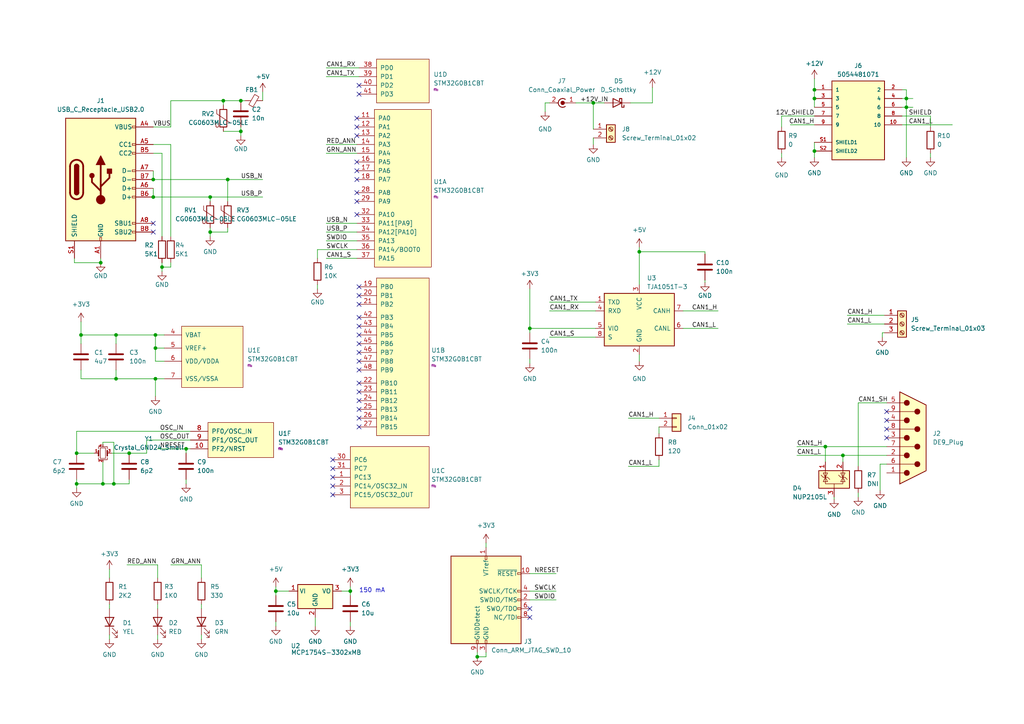
<source format=kicad_sch>
(kicad_sch (version 20230121) (generator eeschema)
  (paper "A4")
  (lib_symbols
    (symbol "Connector:Conn_ARM_JTAG_SWD_10" (pin_names (offset 1.016))
      (property "Reference" "J" (at -2.54 16.51 0))
      (property "Value" "Conn_ARM_JTAG_SWD_10" (at -2.54 13.97 0))
      (symbol "Conn_ARM_JTAG_SWD_10_1_1"
        (pin power_in line (at 0 15.24 270) (length 2.54) (name "VTref") (number "1"))
        (pin open_collector line (at 12.7 7.62 180) (length 2.54) (name "~{RESET}") (number "10"))
        (pin bidirectional line (at 12.7 0 180) (length 2.54) (name "SWDIO/TMS") (number "2"))
        (pin power_in line (at 0 -15.24 90) (length 2.54) (name "GND") (number "3"))
        (pin output line (at 12.7 2.54 180) (length 2.54) (name "SWCLK/TCK") (number "4"))
        (pin passive line (at 0 -15.24 90) (length 2.54) hide (name "GND") (number "5"))
        (pin input line (at 12.7 -2.54 180) (length 2.54) (name "SWO/TDO") (number "6"))
        (pin no_connect line (at -10.16 0 0) (length 2.54) hide (name "KEY") (number "7"))
        (pin output line (at 12.7 -5.08 180) (length 2.54) (name "NC/TDI") (number "8"))
        (pin passive line (at -2.54 -15.24 90) (length 2.54) (name "GNDDetect") (number "9"))
      )
    )
    (symbol "Connector:Conn_Coaxial_Power" (pin_names (offset 1.016) hide)
      (property "Reference" "J" (at -5.08 -1.27 90))
      (property "Value" "Conn_Coaxial_Power" (at -3.175 -1.27 90))
      (symbol "Conn_Coaxial_Power_1_1"
        (pin passive line (at 0 2.54 270) (length 2.54) (name "In") (number "1"))
        (pin passive line (at 0 -5.08 90) (length 2.54) (name "Ext") (number "2"))
      )
    )
    (symbol "Connector:DE9_Plug" (pin_names (offset 1.016) hide)
      (property "Reference" "J" (at 0 13.97 0))
      (property "Value" "DE9_Plug" (at 0 -14.605 0))
      (symbol "DE9_Plug_1_1"
        (pin passive line (at -7.62 -10.16 0) (length 3.81) (name "1") (number "1"))
        (pin passive line (at -7.62 -5.08 0) (length 3.81) (name "2") (number "2"))
        (pin passive line (at -7.62 0 0) (length 3.81) (name "3") (number "3"))
        (pin passive line (at -7.62 5.08 0) (length 3.81) (name "4") (number "4"))
        (pin passive line (at -7.62 10.16 0) (length 3.81) (name "5") (number "5"))
        (pin passive line (at -7.62 -7.62 0) (length 3.81) (name "6") (number "6"))
        (pin passive line (at -7.62 -2.54 0) (length 3.81) (name "7") (number "7"))
        (pin passive line (at -7.62 2.54 0) (length 3.81) (name "8") (number "8"))
        (pin passive line (at -7.62 7.62 0) (length 3.81) (name "9") (number "9"))
      )
    )
    (symbol "Connector:Screw_Terminal_01x02" (pin_names (offset 1.016) hide)
      (property "Reference" "J" (at 0 2.54 0))
      (property "Value" "Screw_Terminal_01x02" (at 0 -5.08 0))
      (symbol "Screw_Terminal_01x02_1_1"
        (pin passive line (at -5.08 0 0) (length 3.81) (name "Pin_1") (number "1"))
        (pin passive line (at -5.08 -2.54 0) (length 3.81) (name "Pin_2") (number "2"))
      )
    )
    (symbol "Connector:Screw_Terminal_01x03" (pin_names (offset 1.016) hide)
      (property "Reference" "J" (at 0 5.08 0))
      (property "Value" "Screw_Terminal_01x03" (at 0 -5.08 0))
      (symbol "Screw_Terminal_01x03_1_1"
        (pin passive line (at -5.08 2.54 0) (length 3.81) (name "Pin_1") (number "1"))
        (pin passive line (at -5.08 0 0) (length 3.81) (name "Pin_2") (number "2"))
        (pin passive line (at -5.08 -2.54 0) (length 3.81) (name "Pin_3") (number "3"))
      )
    )
    (symbol "Connector:USB_C_Receptacle_USB2.0" (pin_names (offset 1.016))
      (property "Reference" "J" (at -10.16 19.05 0))
      (property "Value" "USB_C_Receptacle_USB2.0" (at 19.05 19.05 0))
      (symbol "USB_C_Receptacle_USB2.0_1_1"
        (pin passive line (at 0 -22.86 90) (length 5.08) (name "GND") (number "A1"))
        (pin passive line (at 0 -22.86 90) (length 5.08) hide (name "GND") (number "A12"))
        (pin passive line (at 15.24 15.24 180) (length 5.08) (name "VBUS") (number "A4"))
        (pin bidirectional line (at 15.24 10.16 180) (length 5.08) (name "CC1") (number "A5"))
        (pin bidirectional line (at 15.24 -2.54 180) (length 5.08) (name "D+") (number "A6"))
        (pin bidirectional line (at 15.24 2.54 180) (length 5.08) (name "D-") (number "A7"))
        (pin bidirectional line (at 15.24 -12.7 180) (length 5.08) (name "SBU1") (number "A8"))
        (pin passive line (at 15.24 15.24 180) (length 5.08) hide (name "VBUS") (number "A9"))
        (pin passive line (at 0 -22.86 90) (length 5.08) hide (name "GND") (number "B1"))
        (pin passive line (at 0 -22.86 90) (length 5.08) hide (name "GND") (number "B12"))
        (pin passive line (at 15.24 15.24 180) (length 5.08) hide (name "VBUS") (number "B4"))
        (pin bidirectional line (at 15.24 7.62 180) (length 5.08) (name "CC2") (number "B5"))
        (pin bidirectional line (at 15.24 -5.08 180) (length 5.08) (name "D+") (number "B6"))
        (pin bidirectional line (at 15.24 0 180) (length 5.08) (name "D-") (number "B7"))
        (pin bidirectional line (at 15.24 -15.24 180) (length 5.08) (name "SBU2") (number "B8"))
        (pin passive line (at 15.24 15.24 180) (length 5.08) hide (name "VBUS") (number "B9"))
        (pin passive line (at -7.62 -22.86 90) (length 5.08) (name "SHIELD") (number "S1"))
      )
    )
    (symbol "Connector_Generic:Conn_01x02" (pin_names (offset 1.016) hide)
      (property "Reference" "J" (at 0 2.54 0))
      (property "Value" "Conn_01x02" (at 0 -5.08 0))
      (symbol "Conn_01x02_1_1"
        (pin passive line (at -5.08 0 0) (length 3.81) (name "Pin_1") (number "1"))
        (pin passive line (at -5.08 -2.54 0) (length 3.81) (name "Pin_2") (number "2"))
      )
    )
    (symbol "Device:C" (pin_numbers hide) (pin_names (offset 0.254))
      (property "Reference" "C" (at 0.635 2.54 0))
      (property "Value" "C" (at 0.635 -2.54 0))
      (symbol "C_1_1"
        (pin passive line (at 0 3.81 270) (length 2.794) (name "~") (number "1"))
        (pin passive line (at 0 -3.81 90) (length 2.794) (name "~") (number "2"))
      )
    )
    (symbol "Device:Crystal_GND24_Small" (pin_names (offset 1.016) hide)
      (property "Reference" "Y" (at 1.27 4.445 0))
      (property "Value" "Crystal_GND24_Small" (at 1.27 2.54 0))
      (symbol "Crystal_GND24_Small_1_1"
        (pin passive line (at -2.54 0 0) (length 1.27) (name "1") (number "1"))
        (pin passive line (at 0 -2.54 90) (length 0.635) (name "2") (number "2"))
        (pin passive line (at 2.54 0 180) (length 1.27) (name "3") (number "3"))
        (pin passive line (at 0 2.54 270) (length 0.635) (name "4") (number "4"))
      )
    )
    (symbol "Device:D_Schottky" (pin_numbers hide) (pin_names (offset 1.016) hide)
      (property "Reference" "D" (at 0 2.54 0))
      (property "Value" "D_Schottky" (at 0 -2.54 0))
      (symbol "D_Schottky_1_1"
        (pin passive line (at -3.81 0 0) (length 2.54) (name "K") (number "1"))
        (pin passive line (at 3.81 0 180) (length 2.54) (name "A") (number "2"))
      )
    )
    (symbol "Device:FerriteBead_Small" (pin_numbers hide) (pin_names (offset 0))
      (property "Reference" "FB" (at 1.905 1.27 0))
      (property "Value" "FerriteBead_Small" (at 1.905 -1.27 0))
      (symbol "FerriteBead_Small_1_1"
        (pin passive line (at 0 2.54 270) (length 1.27) (name "~") (number "1"))
        (pin passive line (at 0 -2.54 90) (length 1.27) (name "~") (number "2"))
      )
    )
    (symbol "Device:LED" (pin_numbers hide) (pin_names (offset 1.016) hide)
      (property "Reference" "D" (at 0 2.54 0))
      (property "Value" "LED" (at 0 -2.54 0))
      (symbol "LED_1_1"
        (pin passive line (at -3.81 0 0) (length 2.54) (name "K") (number "1"))
        (pin passive line (at 3.81 0 180) (length 2.54) (name "A") (number "2"))
      )
    )
    (symbol "Device:R" (pin_numbers hide) (pin_names (offset 0))
      (property "Reference" "R" (at 2.032 0 90))
      (property "Value" "R" (at 0 0 90))
      (symbol "R_1_1"
        (pin passive line (at 0 3.81 270) (length 1.27) (name "~") (number "1"))
        (pin passive line (at 0 -3.81 90) (length 1.27) (name "~") (number "2"))
      )
    )
    (symbol "Device:Varistor" (pin_numbers hide) (pin_names (offset 0))
      (property "Reference" "RV" (at 3.175 0 90))
      (property "Value" "Varistor" (at -3.175 0 90))
      (symbol "Varistor_0_0"
        (text "U" (at -1.778 -2.032 0) (effects (font (size 1.27 1.27))))
      )
      (symbol "Varistor_1_1"
        (pin passive line (at 0 3.81 270) (length 1.27) (name "~") (number "1"))
        (pin passive line (at 0 -3.81 90) (length 1.27) (name "~") (number "2"))
      )
    )
    (symbol "Interface_CAN_LIN:TJA1051T-3" (pin_names (offset 1.016))
      (property "Reference" "U" (at -10.16 8.89 0))
      (property "Value" "TJA1051T-3" (at 1.27 8.89 0))
      (symbol "TJA1051T-3_1_1"
        (pin input line (at -12.7 5.08 0) (length 2.54) (name "TXD") (number "1"))
        (pin power_in line (at 0 -10.16 90) (length 2.54) (name "GND") (number "2"))
        (pin power_in line (at 0 10.16 270) (length 2.54) (name "VCC") (number "3"))
        (pin output line (at -12.7 2.54 0) (length 2.54) (name "RXD") (number "4"))
        (pin power_in line (at -12.7 -2.54 0) (length 2.54) (name "VIO") (number "5"))
        (pin bidirectional line (at 12.7 -2.54 180) (length 2.54) (name "CANL") (number "6"))
        (pin bidirectional line (at 12.7 2.54 180) (length 2.54) (name "CANH") (number "7"))
        (pin input line (at -12.7 -5.08 0) (length 2.54) (name "S") (number "8"))
      )
    )
    (symbol "Power_Protection:NUP2105L" (pin_names hide)
      (property "Reference" "D" (at 5.715 2.54 0))
      (property "Value" "NUP2105L" (at 5.715 0.635 0))
      (symbol "NUP2105L_0_0"
        (pin passive line (at 0 -5.08 90) (length 2.54) (name "A") (number "3"))
      )
      (symbol "NUP2105L_1_1"
        (pin passive line (at -2.54 5.08 270) (length 2.54) (name "K") (number "1"))
        (pin passive line (at 2.54 5.08 270) (length 2.54) (name "K") (number "2"))
      )
    )
    (symbol "Regulator_Linear:MCP1754S-3302xMB"
      (property "Reference" "U" (at -3.81 3.175 0))
      (property "Value" "MCP1754S-3302xMB" (at -0.635 3.175 0))
      (symbol "MCP1754S-3302xMB_1_1"
        (pin power_in line (at -7.62 0 0) (length 2.54) (name "VI") (number "1"))
        (pin power_in line (at 0 -7.62 90) (length 2.54) (name "GND") (number "2"))
        (pin power_out line (at 7.62 0 180) (length 2.54) (name "VO") (number "3"))
      )
    )
    (symbol "ch:STM32G0B1CBT" (pin_names (offset 1.016))
      (property "Reference" "U" (at 3.81 10.16 0))
      (property "Value" "STM32G0B1CBT" (at 0 -25.4 0))
      (property "Fit" "fit: " (at 6.35 10.16 0))
      (symbol "STM32G0B1CBT_1_1"
        (pin bidirectional line (at -13.97 21.59 0) (length 5.08) (name "PA0") (number "11"))
        (pin bidirectional line (at -13.97 19.05 0) (length 5.08) (name "PA1") (number "12"))
        (pin bidirectional line (at -13.97 16.51 0) (length 5.08) (name "PA2") (number "13"))
        (pin bidirectional line (at -13.97 13.97 0) (length 5.08) (name "PA3") (number "14"))
        (pin bidirectional line (at -13.97 11.43 0) (length 5.08) (name "PA4") (number "15"))
        (pin bidirectional line (at -13.97 8.89 0) (length 5.08) (name "PA5") (number "16"))
        (pin bidirectional line (at -13.97 6.35 0) (length 5.08) (name "PA6") (number "17"))
        (pin bidirectional line (at -13.97 3.81 0) (length 5.08) (name "PA7") (number "18"))
        (pin bidirectional line (at -13.97 0 0) (length 5.08) (name "PA8") (number "28"))
        (pin bidirectional line (at -13.97 -2.54 0) (length 5.08) (name "PA9") (number "29"))
        (pin bidirectional line (at -13.97 -6.35 0) (length 5.08) (name "PA10") (number "32"))
        (pin bidirectional line (at -13.97 -8.89 0) (length 5.08) (name "PA11[PA9]") (number "33"))
        (pin bidirectional line (at -13.97 -11.43 0) (length 5.08) (name "PA12[PA10]") (number "34"))
        (pin bidirectional line (at -13.97 -13.97 0) (length 5.08) (name "PA13") (number "35"))
        (pin bidirectional line (at -13.97 -16.51 0) (length 5.08) (name "PA14/BOOT0") (number "36"))
        (pin bidirectional line (at -13.97 -19.05 0) (length 5.08) (name "PA15") (number "37"))
      )
      (symbol "STM32G0B1CBT_2_1"
        (pin bidirectional line (at -12.7 20.32 0) (length 5.08) (name "PB0") (number "19"))
        (pin bidirectional line (at -12.7 17.78 0) (length 5.08) (name "PB1") (number "20"))
        (pin bidirectional line (at -12.7 15.24 0) (length 5.08) (name "PB2") (number "21"))
        (pin bidirectional line (at -12.7 -7.62 0) (length 5.08) (name "PB10") (number "22"))
        (pin bidirectional line (at -12.7 -10.16 0) (length 5.08) (name "PB11") (number "23"))
        (pin bidirectional line (at -12.7 -12.7 0) (length 5.08) (name "PB12") (number "24"))
        (pin bidirectional line (at -12.7 -15.24 0) (length 5.08) (name "PB13") (number "25"))
        (pin bidirectional line (at -12.7 -17.78 0) (length 5.08) (name "PB14") (number "26"))
        (pin bidirectional line (at -12.7 -20.32 0) (length 5.08) (name "PB15") (number "27"))
        (pin bidirectional line (at -12.7 11.43 0) (length 5.08) (name "PB3") (number "42"))
        (pin bidirectional line (at -12.7 8.89 0) (length 5.08) (name "PB4") (number "43"))
        (pin bidirectional line (at -12.7 6.35 0) (length 5.08) (name "PB5") (number "44"))
        (pin bidirectional line (at -12.7 3.81 0) (length 5.08) (name "PB6") (number "45"))
        (pin bidirectional line (at -12.7 1.27 0) (length 5.08) (name "PB7") (number "46"))
        (pin bidirectional line (at -12.7 -1.27 0) (length 5.08) (name "PB8") (number "47"))
        (pin bidirectional line (at -12.7 -3.81 0) (length 5.08) (name "PB9") (number "48"))
      )
      (symbol "STM32G0B1CBT_3_1"
        (pin bidirectional line (at -16.51 0 0) (length 5.08) (name "PC13") (number "1"))
        (pin bidirectional line (at -16.51 -2.54 0) (length 5.08) (name "PC14/OSC32_IN") (number "2"))
        (pin bidirectional line (at -16.51 -5.08 0) (length 5.08) (name "PC15/OSC32_OUT") (number "3"))
        (pin bidirectional line (at -16.51 5.08 0) (length 5.08) (name "PC6") (number "30"))
        (pin bidirectional line (at -16.51 2.54 0) (length 5.08) (name "PC7") (number "31"))
      )
      (symbol "STM32G0B1CBT_4_1"
        (pin bidirectional line (at -12.7 3.81 0) (length 5.08) (name "PD0") (number "38"))
        (pin bidirectional line (at -12.7 1.27 0) (length 5.08) (name "PD1") (number "39"))
        (pin bidirectional line (at -12.7 -1.27 0) (length 5.08) (name "PD2") (number "40"))
        (pin bidirectional line (at -12.7 -3.81 0) (length 5.08) (name "PD3") (number "41"))
      )
      (symbol "STM32G0B1CBT_5_1"
        (pin power_in line (at -13.97 6.35 0) (length 5.08) (name "VBAT") (number "4"))
        (pin power_in line (at -13.97 2.54 0) (length 5.08) (name "VREF+") (number "5"))
        (pin power_in line (at -13.97 -1.27 0) (length 5.08) (name "VDD/VDDA") (number "6"))
        (pin power_in line (at -13.97 -6.35 0) (length 5.08) (name "VSS/VSSA") (number "7"))
      )
      (symbol "STM32G0B1CBT_6_1"
        (pin bidirectional line (at -15.24 -2.54 0) (length 5.08) (name "PF2/NRST") (number "10"))
        (pin bidirectional line (at -15.24 2.54 0) (length 5.08) (name "PF0/OSC_IN") (number "8"))
        (pin bidirectional line (at -15.24 0 0) (length 5.08) (name "PF1/OSC_OUT") (number "9"))
      )
    )
    (symbol "molex_microlock_plus:5054481071" (pin_names (offset 1.016))
      (property "Reference" "J" (at -7.62 11.43 0))
      (property "Value" "5054481071" (at -7.62 -15.24 0))
      (symbol "5054481071_0_0"
        (pin passive line (at -12.7 7.62 0) (length 5.08) (name "1") (number "1"))
        (pin passive line (at 12.7 -2.54 180) (length 5.08) (name "10") (number "10"))
        (pin passive line (at 12.7 7.62 180) (length 5.08) (name "2") (number "2"))
        (pin passive line (at -12.7 5.08 0) (length 5.08) (name "3") (number "3"))
        (pin passive line (at 12.7 5.08 180) (length 5.08) (name "4") (number "4"))
        (pin passive line (at -12.7 2.54 0) (length 5.08) (name "5") (number "5"))
        (pin passive line (at 12.7 2.54 180) (length 5.08) (name "6") (number "6"))
        (pin passive line (at -12.7 0 0) (length 5.08) (name "7") (number "7"))
        (pin passive line (at 12.7 0 180) (length 5.08) (name "8") (number "8"))
        (pin passive line (at -12.7 -2.54 0) (length 5.08) (name "9") (number "9"))
        (pin passive line (at -12.7 -7.62 0) (length 5.08) (name "SHIELD1") (number "S1"))
        (pin passive line (at -12.7 -10.16 0) (length 5.08) (name "SHIELD2") (number "S2"))
      )
    )
    (symbol "power:+12V" (power) (pin_names (offset 0))
      (property "Value" "+12V" (at 0 3.556 0))
      (symbol "+12V_1_1"
        (pin power_in line (at 0 0 90) (length 0) hide (name "+12V") (number "1"))
      )
    )
    (symbol "power:+3V3" (power) (pin_names (offset 0))
      (property "Value" "+3V3" (at 0 3.556 0))
      (symbol "+3V3_1_1"
        (pin power_in line (at 0 0 90) (length 0) hide (name "+3V3") (number "1"))
      )
    )
    (symbol "power:+5V" (power) (pin_names (offset 0))
      (property "Value" "+5V" (at 0 3.556 0))
      (symbol "+5V_1_1"
        (pin power_in line (at 0 0 90) (length 0) hide (name "+5V") (number "1"))
      )
    )
    (symbol "power:GND" (power) (pin_names (offset 0))
      (property "Value" "GND" (at 0 -3.81 0))
      (symbol "GND_1_1"
        (pin power_in line (at 0 0 270) (length 0) hide (name "GND") (number "1"))
      )
    )
  )
  (junction (at 236.22 43.815))
  (junction (at 60.96 67.31))
  (junction (at 44.45 52.07))
  (junction (at 236.22 26.035))
  (junction (at 66.04 52.07))
  (junction (at 172.085 29.845))
  (junction (at 37.465 131.445))
  (junction (at 244.475 132.08))
  (junction (at 262.89 31.115))
  (junction (at 69.85 38.1))
  (junction (at 153.67 95.25))
  (junction (at 44.45 57.15))
  (junction (at 33.655 109.855))
  (junction (at 239.395 129.54))
  (junction (at 29.21 76.2))
  (junction (at 236.22 28.575))
  (junction (at 69.85 29.21))
  (junction (at 101.6 171.45))
  (junction (at 45.085 109.855))
  (junction (at 45.085 100.965))
  (junction (at 262.89 28.575))
  (junction (at 46.99 77.47))
  (junction (at 64.77 29.21))
  (junction (at 33.655 97.155))
  (junction (at 45.085 97.155))
  (junction (at 80.01 171.45))
  (junction (at 60.96 57.15))
  (junction (at 22.225 140.335))
  (junction (at 33.02 140.335))
  (junction (at 22.225 131.445))
  (junction (at 29.845 140.335))
  (junction (at 23.495 97.155))
  (junction (at 138.43 190.5))
  (junction (at 185.42 73.025))
  (junction (at 53.975 130.175))
  (no_connect (at 153.67 176.53))
  (no_connect (at 96.52 140.97))
  (no_connect (at 103.505 39.37))
  (no_connect (at 153.67 179.07))
  (no_connect (at 104.14 107.315))
  (no_connect (at 104.14 111.125))
  (no_connect (at 104.14 121.285))
  (no_connect (at 103.505 58.42))
  (no_connect (at 44.45 67.31))
  (no_connect (at 103.505 46.99))
  (no_connect (at 103.505 34.29))
  (no_connect (at 96.52 143.51))
  (no_connect (at 104.14 104.775))
  (no_connect (at 104.14 116.205))
  (no_connect (at 104.14 102.235))
  (no_connect (at 104.14 27.305))
  (no_connect (at 104.14 99.695))
  (no_connect (at 96.52 133.35))
  (no_connect (at 103.505 52.07))
  (no_connect (at 96.52 135.89))
  (no_connect (at 104.14 85.725))
  (no_connect (at 257.175 119.38))
  (no_connect (at 257.175 127))
  (no_connect (at 103.505 49.53))
  (no_connect (at 103.505 55.88))
  (no_connect (at 104.14 24.765))
  (no_connect (at 104.14 97.155))
  (no_connect (at 104.14 88.265))
  (no_connect (at 103.505 36.83))
  (no_connect (at 104.14 83.185))
  (no_connect (at 104.14 123.825))
  (no_connect (at 257.175 121.92))
  (no_connect (at 96.52 138.43))
  (no_connect (at 257.175 124.46))
  (no_connect (at 104.14 118.745))
  (no_connect (at 104.14 113.665))
  (no_connect (at 103.505 62.23))
  (no_connect (at 104.14 92.075))
  (no_connect (at 44.45 64.77))
  (no_connect (at 104.14 94.615))
  (wire (pts (xy 262.89 28.575) (xy 264.795 28.575)))
  (wire (pts (xy 45.72 184.15) (xy 45.72 185.42)))
  (wire (pts (xy 153.67 171.45) (xy 161.29 171.45)))
  (wire (pts (xy 22.225 125.095) (xy 22.225 131.445)))
  (wire (pts (xy 53.975 139.065) (xy 53.975 140.335)))
  (wire (pts (xy 46.99 76.2) (xy 46.99 77.47)))
  (wire (pts (xy 94.615 67.31) (xy 103.505 67.31)))
  (wire (pts (xy 45.72 175.26) (xy 45.72 176.53)))
  (wire (pts (xy 244.475 132.08) (xy 244.475 133.985)))
  (wire (pts (xy 198.12 95.25) (xy 208.28 95.25)))
  (wire (pts (xy 191.135 123.825) (xy 191.135 125.73)))
  (wire (pts (xy 21.59 74.93) (xy 21.59 76.2)))
  (wire (pts (xy 91.44 179.07) (xy 91.44 181.61)))
  (wire (pts (xy 94.615 74.93) (xy 103.505 74.93)))
  (wire (pts (xy 58.42 163.83) (xy 58.42 167.64)))
  (wire (pts (xy 101.6 171.45) (xy 101.6 172.72)))
  (wire (pts (xy 262.89 28.575) (xy 261.62 28.575)))
  (wire (pts (xy 45.085 109.855) (xy 45.085 114.935)))
  (wire (pts (xy 226.695 33.655) (xy 226.695 36.83)))
  (wire (pts (xy 198.12 90.17) (xy 208.28 90.17)))
  (wire (pts (xy 241.935 144.145) (xy 241.935 144.78)))
  (wire (pts (xy 158.115 32.385) (xy 158.115 29.845)))
  (wire (pts (xy 22.225 125.095) (xy 55.245 125.095)))
  (wire (pts (xy 158.115 29.845) (xy 159.385 29.845)))
  (wire (pts (xy 153.67 95.25) (xy 153.67 96.52)))
  (wire (pts (xy 49.53 77.47) (xy 49.53 76.2)))
  (wire (pts (xy 185.42 71.755) (xy 185.42 73.025)))
  (wire (pts (xy 94.615 41.91) (xy 103.505 41.91)))
  (wire (pts (xy 64.77 29.21) (xy 69.85 29.21)))
  (wire (pts (xy 22.225 140.335) (xy 22.225 141.605)))
  (wire (pts (xy 23.495 97.155) (xy 33.655 97.155)))
  (wire (pts (xy 140.97 190.5) (xy 138.43 190.5)))
  (wire (pts (xy 167.005 29.845) (xy 172.085 29.845)))
  (wire (pts (xy 255.27 134.62) (xy 257.175 134.62)))
  (wire (pts (xy 64.77 29.21) (xy 64.77 30.48)))
  (wire (pts (xy 47.625 104.775) (xy 45.085 104.775)))
  (wire (pts (xy 269.875 33.655) (xy 269.875 36.83)))
  (wire (pts (xy 204.47 73.66) (xy 204.47 73.025)))
  (wire (pts (xy 44.45 49.53) (xy 44.45 52.07)))
  (wire (pts (xy 239.395 129.54) (xy 257.175 129.54)))
  (wire (pts (xy 172.72 95.25) (xy 153.67 95.25)))
  (wire (pts (xy 44.45 52.07) (xy 66.04 52.07)))
  (wire (pts (xy 37.465 140.335) (xy 37.465 139.065)))
  (wire (pts (xy 269.875 44.45) (xy 269.875 45.72)))
  (wire (pts (xy 49.53 163.83) (xy 58.42 163.83)))
  (wire (pts (xy 229.235 36.195) (xy 236.22 36.195)))
  (wire (pts (xy 29.845 128.905) (xy 29.845 128.27)))
  (wire (pts (xy 244.475 132.08) (xy 257.175 132.08)))
  (wire (pts (xy 23.495 93.345) (xy 23.495 97.155)))
  (wire (pts (xy 94.615 44.45) (xy 103.505 44.45)))
  (wire (pts (xy 29.845 128.27) (xy 33.02 128.27)))
  (wire (pts (xy 23.495 109.855) (xy 33.655 109.855)))
  (wire (pts (xy 236.22 41.275) (xy 236.22 43.815)))
  (wire (pts (xy 33.02 128.27) (xy 33.02 140.335)))
  (wire (pts (xy 204.47 81.28) (xy 204.47 81.915)))
  (wire (pts (xy 94.615 64.77) (xy 103.505 64.77)))
  (wire (pts (xy 236.22 22.86) (xy 236.22 26.035)))
  (wire (pts (xy 33.655 109.855) (xy 45.085 109.855)))
  (wire (pts (xy 94.615 22.225) (xy 104.14 22.225)))
  (wire (pts (xy 69.85 38.1) (xy 69.85 36.83)))
  (wire (pts (xy 66.04 52.07) (xy 76.2 52.07)))
  (wire (pts (xy 262.89 31.115) (xy 264.795 31.115)))
  (wire (pts (xy 92.075 82.55) (xy 92.075 83.82)))
  (wire (pts (xy 262.89 31.115) (xy 262.89 45.72)))
  (wire (pts (xy 94.615 69.85) (xy 103.505 69.85)))
  (wire (pts (xy 236.22 26.035) (xy 236.22 28.575)))
  (wire (pts (xy 159.385 97.79) (xy 172.72 97.79)))
  (wire (pts (xy 153.67 166.37) (xy 161.29 166.37)))
  (wire (pts (xy 185.42 102.87) (xy 185.42 104.775)))
  (wire (pts (xy 153.67 95.25) (xy 153.67 83.82)))
  (wire (pts (xy 159.385 87.63) (xy 172.72 87.63)))
  (wire (pts (xy 204.47 73.025) (xy 185.42 73.025)))
  (wire (pts (xy 262.89 26.035) (xy 261.62 26.035)))
  (wire (pts (xy 44.45 57.15) (xy 60.96 57.15)))
  (wire (pts (xy 45.085 97.155) (xy 45.085 100.965)))
  (wire (pts (xy 21.59 76.2) (xy 29.21 76.2)))
  (wire (pts (xy 49.53 36.83) (xy 44.45 36.83)))
  (wire (pts (xy 69.85 29.21) (xy 71.12 29.21)))
  (wire (pts (xy 248.92 142.875) (xy 248.92 144.145)))
  (wire (pts (xy 22.225 139.065) (xy 22.225 140.335)))
  (wire (pts (xy 185.42 73.025) (xy 185.42 82.55)))
  (wire (pts (xy 31.75 175.26) (xy 31.75 176.53)))
  (wire (pts (xy 80.01 172.72) (xy 80.01 171.45)))
  (wire (pts (xy 33.655 107.315) (xy 33.655 109.855)))
  (wire (pts (xy 60.96 57.15) (xy 76.2 57.15)))
  (wire (pts (xy 140.97 189.23) (xy 140.97 190.5)))
  (wire (pts (xy 53.975 130.175) (xy 55.245 130.175)))
  (wire (pts (xy 76.2 26.67) (xy 76.2 29.21)))
  (wire (pts (xy 140.97 157.48) (xy 140.97 158.75)))
  (wire (pts (xy 261.62 33.655) (xy 269.875 33.655)))
  (wire (pts (xy 92.075 72.39) (xy 103.505 72.39)))
  (wire (pts (xy 245.745 93.98) (xy 256.54 93.98)))
  (wire (pts (xy 45.72 130.175) (xy 53.975 130.175)))
  (wire (pts (xy 256.54 96.52) (xy 255.905 96.52)))
  (wire (pts (xy 49.53 68.58) (xy 49.53 41.91)))
  (wire (pts (xy 42.545 127.635) (xy 55.245 127.635)))
  (wire (pts (xy 33.655 97.155) (xy 45.085 97.155)))
  (wire (pts (xy 236.22 28.575) (xy 236.22 31.115)))
  (wire (pts (xy 92.075 72.39) (xy 92.075 74.93)))
  (wire (pts (xy 261.62 36.195) (xy 276.225 36.195)))
  (wire (pts (xy 172.085 37.465) (xy 172.085 29.845)))
  (wire (pts (xy 64.77 38.1) (xy 69.85 38.1)))
  (wire (pts (xy 182.245 121.285) (xy 191.135 121.285)))
  (wire (pts (xy 58.42 175.26) (xy 58.42 176.53)))
  (wire (pts (xy 33.02 140.335) (xy 37.465 140.335)))
  (wire (pts (xy 29.845 140.335) (xy 33.02 140.335)))
  (wire (pts (xy 45.085 100.965) (xy 45.085 104.775)))
  (wire (pts (xy 80.01 180.34) (xy 80.01 181.61)))
  (wire (pts (xy 189.23 29.845) (xy 189.23 25.4)))
  (wire (pts (xy 32.385 131.445) (xy 37.465 131.445)))
  (wire (pts (xy 99.06 171.45) (xy 101.6 171.45)))
  (wire (pts (xy 42.545 131.445) (xy 37.465 131.445)))
  (wire (pts (xy 42.545 131.445) (xy 42.545 127.635)))
  (wire (pts (xy 46.99 77.47) (xy 46.99 78.74)))
  (wire (pts (xy 47.625 109.855) (xy 45.085 109.855)))
  (wire (pts (xy 94.615 19.685) (xy 104.14 19.685)))
  (wire (pts (xy 53.975 130.175) (xy 53.975 131.445)))
  (wire (pts (xy 226.695 44.45) (xy 226.695 45.72)))
  (wire (pts (xy 22.225 140.335) (xy 29.845 140.335)))
  (wire (pts (xy 58.42 184.15) (xy 58.42 185.42)))
  (wire (pts (xy 49.53 29.21) (xy 49.53 36.83)))
  (wire (pts (xy 45.72 163.83) (xy 45.72 167.64)))
  (wire (pts (xy 66.04 52.07) (xy 66.04 58.42)))
  (wire (pts (xy 60.96 66.04) (xy 60.96 67.31)))
  (wire (pts (xy 239.395 129.54) (xy 239.395 133.985)))
  (wire (pts (xy 236.22 33.655) (xy 226.695 33.655)))
  (wire (pts (xy 172.085 29.845) (xy 175.26 29.845)))
  (wire (pts (xy 262.89 28.575) (xy 262.89 31.115)))
  (wire (pts (xy 49.53 77.47) (xy 46.99 77.47)))
  (wire (pts (xy 255.27 142.24) (xy 255.27 134.62)))
  (wire (pts (xy 101.6 170.18) (xy 101.6 171.45)))
  (wire (pts (xy 45.085 100.965) (xy 47.625 100.965)))
  (wire (pts (xy 69.85 38.1) (xy 69.85 39.37)))
  (wire (pts (xy 60.96 57.15) (xy 60.96 58.42)))
  (wire (pts (xy 153.67 104.14) (xy 153.67 105.41)))
  (wire (pts (xy 262.89 26.035) (xy 262.89 28.575)))
  (wire (pts (xy 245.745 91.44) (xy 256.54 91.44)))
  (wire (pts (xy 231.14 132.08) (xy 244.475 132.08)))
  (wire (pts (xy 23.495 99.695) (xy 23.495 97.155)))
  (wire (pts (xy 248.92 135.255) (xy 248.92 116.84)))
  (wire (pts (xy 153.67 173.99) (xy 161.29 173.99)))
  (wire (pts (xy 45.085 97.155) (xy 47.625 97.155)))
  (wire (pts (xy 23.495 107.315) (xy 23.495 109.855)))
  (wire (pts (xy 248.92 116.84) (xy 257.175 116.84)))
  (wire (pts (xy 80.01 171.45) (xy 83.82 171.45)))
  (wire (pts (xy 182.88 29.845) (xy 189.23 29.845)))
  (wire (pts (xy 46.99 68.58) (xy 46.99 44.45)))
  (wire (pts (xy 172.085 40.005) (xy 172.085 41.91)))
  (wire (pts (xy 22.225 131.445) (xy 27.305 131.445)))
  (wire (pts (xy 36.83 163.83) (xy 45.72 163.83)))
  (wire (pts (xy 231.14 129.54) (xy 239.395 129.54)))
  (wire (pts (xy 33.655 99.695) (xy 33.655 97.155)))
  (wire (pts (xy 236.22 43.815) (xy 236.22 45.72)))
  (wire (pts (xy 191.135 133.35) (xy 191.135 135.255)))
  (wire (pts (xy 255.905 96.52) (xy 255.905 97.79)))
  (wire (pts (xy 29.21 74.93) (xy 29.21 76.2)))
  (wire (pts (xy 60.96 67.31) (xy 66.04 67.31)))
  (wire (pts (xy 46.99 44.45) (xy 44.45 44.45)))
  (wire (pts (xy 101.6 180.34) (xy 101.6 181.61)))
  (wire (pts (xy 159.385 90.17) (xy 172.72 90.17)))
  (wire (pts (xy 60.96 67.31) (xy 60.96 68.58)))
  (wire (pts (xy 29.845 133.985) (xy 29.845 140.335)))
  (wire (pts (xy 66.04 66.04) (xy 66.04 67.31)))
  (wire (pts (xy 31.75 165.1) (xy 31.75 167.64)))
  (wire (pts (xy 138.43 189.23) (xy 138.43 190.5)))
  (wire (pts (xy 262.89 31.115) (xy 261.62 31.115)))
  (wire (pts (xy 80.01 170.18) (xy 80.01 171.45)))
  (wire (pts (xy 182.245 135.255) (xy 191.135 135.255)))
  (wire (pts (xy 49.53 41.91) (xy 44.45 41.91)))
  (wire (pts (xy 31.75 184.15) (xy 31.75 185.42)))
  (wire (pts (xy 44.45 54.61) (xy 44.45 57.15)))
  (wire (pts (xy 49.53 29.21) (xy 64.77 29.21)))
  (text "150 mA" (at 104.14 172.085 0) (effects (font (size 1.27 1.27)) (justify left bottom)))
  (label "NRESET" (at 154.94 166.37 0))
  (label "CAN1_TX" (at 159.385 87.63 0))
  (label "USB_N" (at 94.615 64.77 0))
  (label "RED_ANN" (at 36.83 163.83 0))
  (label "CAN1_L" (at 245.745 93.98 0))
  (label "+12V_IN" (at 168.275 29.845 0))
  (label "OSC_IN" (at 46.355 125.095 0))
  (label "CAN1_L" (at 200.66 95.25 0))
  (label "CAN1_RX" (at 159.385 90.17 0))
  (label "CAN1_H" (at 245.745 91.44 0))
  (label "USB_N" (at 69.85 52.07 0))
  (label "CAN1_H" (at 200.66 90.17 0))
  (label "NRESET" (at 46.355 130.175 0))
  (label "CAN1_RX" (at 94.615 19.685 0))
  (label "12V_SHIELD" (at 236.22 33.655 180))
  (label "SHIELD" (at 263.525 33.655 0))
  (label "CAN1_L" (at 263.525 36.195 0))
  (label "CAN1_H" (at 236.22 36.195 180))
  (label "VBUS" (at 44.45 36.83 0))
  (label "CAN1_H" (at 182.245 121.285 0))
  (label "CAN1_S" (at 94.615 74.93 0))
  (label "CAN1_H" (at 231.14 129.54 0))
  (label "CAN1_SH" (at 248.92 116.84 0))
  (label "GRN_ANN" (at 94.615 44.45 0))
  (label "SWDIO" (at 94.615 69.85 0))
  (label "SWCLK" (at 94.615 72.39 0))
  (label "CAN1_L" (at 231.14 132.08 0))
  (label "RED_ANN" (at 94.615 41.91 0))
  (label "SWDIO" (at 154.94 173.99 0))
  (label "GRN_ANN" (at 49.53 163.83 0))
  (label "USB_P" (at 94.615 67.31 0))
  (label "CAN1_L" (at 182.245 135.255 0))
  (label "USB_P" (at 69.85 57.15 0))
  (label "OSC_OUT" (at 46.355 127.635 0))
  (label "CAN1_TX" (at 94.615 22.225 0))
  (label "CAN1_S" (at 159.385 97.79 0))
  (label "SWCLK" (at 154.94 171.45 0))
  (symbol (lib_id "Device:Varistor") (at 66.04 62.23 0) (unit 1)
    (property "Reference" "RV3" (at 68.58 60.96 0) (effects (justify left)))
    (property "Value" "CG0603MLC-05LE" (at 68.58 63.5 0) (effects (justify left)))
    (property "Footprint" "Resistor_SMD:R_0603_1608Metric" (effects hide))
    (property "Sim.Name" "kicad_builtin_varistor" (effects hide))
    (property "Sim.Device" "SUBCKT" (effects hide))
    (property "Sim.Pins" "1=A 2=B" (effects hide))
    (property "Sim.Params" "threshold=1k" (effects hide))
    (property "Sim.Library" "${KICAD7_SYMBOL_DIR}/Simulation_SPICE.sp" (effects hide))
    (property "LCSC" "C2655331" (effects hide))
  )
  (symbol (lib_id "power:+5V") (at 76.2 26.67 0) (unit 1)
    (property "Reference" "#PWR010" (effects hide))
    (property "Value" "+5V" (at 76.2 22.225 0))
  )
  (symbol (lib_id "power:+3V3") (at 23.495 93.345 0) (unit 1)
    (property "Reference" "#PWR08" (effects hide))
    (property "Value" "+3V3" (at 23.495 88.265 0))
  )
  (symbol (lib_id "power:GND") (at 153.67 105.41 0) (unit 1)
    (property "Reference" "#PWR024" (effects hide))
    (property "Value" "GND" (at 153.67 109.855 0))
  )
  (symbol (lib_id "ch:STM32G0B1CBT") (at 113.03 138.43 0) (unit 3)
    (property "Reference" "U1" (at 125.095 136.525 0) (effects (justify left)))
    (property "Value" "STM32G0B1CBT" (at 125.095 139.065 0) (effects (justify left)))
    (property "Footprint" "Package_QFP:LQFP-48_7x7mm_P0.5mm" (effects hide))
    (property "Datasheet" "$PTX_DATASHEETS/datasheets/Microcontroller/STW_stm32g0b1re.pdf" (effects hide))
    (property "Datasheet2" "$PTX_DATASHEETS/datasheets/Microcontroller/STW_stm32g0b1re_reference_maual.pdf" (effects hide))
    (property "Manufacturer" "ST" (effects hide))
    (property "MPN" "STM32G0B1CBT" (effects hide))
    (property "Fit" "fit: " (at 125.095 140.97 0) (effects (font (size 0.635 0.635)) (justify left)))
    (property "State" "reviewed" (effects hide))
    (property "Package" "LQFP48" (effects hide))
  )
  (symbol (lib_id "power:GND") (at 53.975 140.335 0) (unit 1)
    (property "Reference" "#PWR020" (effects hide))
    (property "Value" "GND" (at 53.975 144.78 0))
  )
  (symbol (lib_id "ch:STM32G0B1CBT") (at 70.485 127.635 0) (unit 6)
    (property "Reference" "U1" (at 80.645 125.73 0) (effects (justify left)))
    (property "Value" "STM32G0B1CBT" (at 80.645 128.27 0) (effects (justify left)))
    (property "Footprint" "Package_QFP:LQFP-48_7x7mm_P0.5mm" (effects hide))
    (property "Datasheet" "$PTX_DATASHEETS/datasheets/Microcontroller/STW_stm32g0b1re.pdf" (effects hide))
    (property "Datasheet2" "$PTX_DATASHEETS/datasheets/Microcontroller/STW_stm32g0b1re_reference_maual.pdf" (effects hide))
    (property "Manufacturer" "ST" (effects hide))
    (property "MPN" "STM32G0B1CBT" (effects hide))
    (property "Fit" "fit: " (at 80.645 130.175 0) (effects (font (size 0.635 0.635)) (justify left)))
    (property "State" "reviewed" (effects hide))
    (property "Package" "LQFP48" (effects hide))
  )
  (symbol (lib_id "Connector:Screw_Terminal_01x03") (at 261.62 93.98 0) (unit 1)
    (property "Reference" "J5" (at 264.16 92.71 0) (effects (justify left)))
    (property "Value" "Screw_Terminal_01x03" (at 264.16 95.25 0) (effects (justify left)))
    (property "Footprint" "TerminalBlock_Phoenix:TerminalBlock_Phoenix_MKDS-1,5-3_1x03_P5.00mm_Horizontal" (effects hide))
  )
  (symbol (lib_id "power:GND") (at 262.89 45.72 0) (unit 1)
    (property "Reference" "#PWR035" (effects hide))
    (property "Value" "GND" (at 262.89 50.165 0))
  )
  (symbol (lib_id "power:GND") (at 60.96 68.58 0) (unit 1)
    (property "Reference" "#PWR06" (effects hide))
    (property "Value" "GND" (at 60.96 73.025 0))
  )
  (symbol (lib_id "power:GND") (at 92.075 83.82 0) (unit 1)
    (property "Reference" "#PWR013" (effects hide))
    (property "Value" "GND" (at 92.075 87.63 0))
  )
  (symbol (lib_id "power:GND") (at 80.01 181.61 0) (unit 1)
    (property "Reference" "#PWR015" (effects hide))
    (property "Value" "GND" (at 80.01 186.055 0))
  )
  (symbol (lib_id "Device:Crystal_GND24_Small") (at 29.845 131.445 0) (unit 1)
    (property "Reference" "Y1" (at 43.18 127.2541 0))
    (property "Value" "Crystal_GND24_Small" (at 43.18 129.7941 0))
    (property "Footprint" "Crystal:Crystal_SMD_3225-4Pin_3.2x2.5mm" (effects hide))
  )
  (symbol (lib_id "Connector_Generic:Conn_01x02") (at 196.215 121.285 0) (unit 1)
    (property "Reference" "J4" (at 199.39 121.285 0) (effects (justify left)))
    (property "Value" "Conn_01x02" (at 199.39 123.825 0) (effects (justify left)))
    (property "Footprint" "Connector_PinHeader_2.54mm:PinHeader_1x02_P2.54mm_Vertical" (effects hide))
  )
  (symbol (lib_id "Device:C") (at 23.495 103.505 0) (unit 1)
    (property "Reference" "C1" (at 27.305 102.235 0) (effects (justify left)))
    (property "Value" "4u7" (at 27.305 104.775 0) (effects (justify left)))
    (property "Footprint" "Capacitor_SMD:C_0603_1608Metric" (effects hide))
  )
  (symbol (lib_id "ch:STM32G0B1CBT") (at 117.475 55.88 0) (unit 1)
    (property "Reference" "U1" (at 125.73 52.705 0) (effects (justify left)))
    (property "Value" "STM32G0B1CBT" (at 125.73 55.245 0) (effects (justify left)))
    (property "Footprint" "Package_QFP:LQFP-48_7x7mm_P0.5mm" (effects hide))
    (property "Datasheet" "$PTX_DATASHEETS/datasheets/Microcontroller/STW_stm32g0b1re.pdf" (effects hide))
    (property "Datasheet2" "$PTX_DATASHEETS/datasheets/Microcontroller/STW_stm32g0b1re_reference_maual.pdf" (effects hide))
    (property "Manufacturer" "ST" (effects hide))
    (property "MPN" "STM32G0B1CBT" (effects hide))
    (property "Fit" "fit: " (at 125.73 57.15 0) (effects (font (size 0.635 0.635)) (justify left)))
    (property "State" "reviewed" (effects hide))
    (property "Package" "LQFP48" (effects hide))
  )
  (symbol (lib_id "Device:R") (at 248.92 139.065 0) (unit 1)
    (property "Reference" "R7" (at 251.46 137.795 0) (effects (justify left)))
    (property "Value" "DNI" (at 251.46 140.335 0) (effects (justify left)))
    (property "Footprint" "Resistor_SMD:R_1206_3216Metric" (effects hide))
  )
  (symbol (lib_id "Device:LED") (at 58.42 180.34 90) (unit 1)
    (property "Reference" "D3" (at 62.23 180.6575 90) (effects (justify right)))
    (property "Value" "GRN" (at 62.23 183.1975 90) (effects (justify right)))
    (property "Footprint" "LED_SMD:LED_0603_1608Metric" (effects hide))
  )
  (symbol (lib_id "Connector:DE9_Plug") (at 264.795 127 0) (unit 1)
    (property "Reference" "J2" (at 270.51 125.73 0) (effects (justify left)))
    (property "Value" "DE9_Plug" (at 270.51 128.27 0) (effects (justify left)))
    (property "Footprint" "Connector_Dsub:DSUB-9_Male_Horizontal_P2.77x2.84mm_EdgePinOffset4.94mm_Housed_MountingHolesOffset7.48mm" (effects hide))
    (property "Datasheet" " ~" (effects hide))
  )
  (symbol (lib_id "Device:C") (at 22.225 135.255 0) (unit 1)
    (property "Reference" "C7" (at 15.24 133.985 0) (effects (justify left)))
    (property "Value" "6p2" (at 15.24 136.525 0) (effects (justify left)))
    (property "Footprint" "Capacitor_SMD:C_0402_1005Metric" (effects hide))
  )
  (symbol (lib_id "Device:FerriteBead_Small") (at 73.66 29.21 90) (unit 1)
    (property "Reference" "FB1" (at 73.025 26.035 90))
    (property "Value" "FerriteBead_Small" (effects hide))
    (property "Footprint" "Diode_SMD:D_0603_1608Metric_Pad1.05x0.95mm_HandSolder" (effects hide))
  )
  (symbol (lib_id "power:GND") (at 58.42 185.42 0) (unit 1)
    (property "Reference" "#PWR07" (effects hide))
    (property "Value" "GND" (at 58.42 189.865 0))
  )
  (symbol (lib_id "power:GND") (at 22.225 141.605 0) (unit 1)
    (property "Reference" "#PWR019" (effects hide))
    (property "Value" "GND" (at 22.225 146.05 0))
  )
  (symbol (lib_id "Device:R") (at 269.875 40.64 0) (unit 1)
    (property "Reference" "R10" (at 271.78 39.37 0) (effects (justify left)))
    (property "Value" "0" (at 271.78 41.91 0) (effects (justify left)))
    (property "Footprint" "Resistor_SMD:R_1206_3216Metric" (effects hide))
  )
  (symbol (lib_id "Power_Protection:NUP2105L") (at 241.935 139.065 0) (unit 1)
    (property "Reference" "D4" (at 229.87 141.605 0) (effects (justify left)))
    (property "Value" "NUP2105L" (at 229.87 144.145 0) (effects (justify left)))
    (property "Footprint" "Package_TO_SOT_SMD:SOT-23" (effects hide))
    (property "Datasheet" "http://www.onsemi.com/pub_link/Collateral/NUP2105L-D.PDF" (effects hide))
  )
  (symbol (lib_id "power:GND") (at 185.42 104.775 0) (unit 1)
    (property "Reference" "#PWR012" (effects hide))
    (property "Value" "GND" (at 185.42 109.855 0))
  )
  (symbol (lib_id "power:+3V3") (at 101.6 170.18 0) (unit 1)
    (property "Reference" "#PWR017" (effects hide))
    (property "Value" "+3V3" (at 101.6 165.1 0))
  )
  (symbol (lib_id "power:GND") (at 45.72 185.42 0) (unit 1)
    (property "Reference" "#PWR05" (effects hide))
    (property "Value" "GND" (at 45.72 189.865 0))
  )
  (symbol (lib_id "Device:C") (at 101.6 176.53 0) (unit 1)
    (property "Reference" "C6" (at 104.775 175.26 0) (effects (justify left)))
    (property "Value" "10u" (at 104.775 177.8 0) (effects (justify left)))
    (property "Footprint" "Capacitor_SMD:C_0805_2012Metric" (effects hide))
  )
  (symbol (lib_id "Device:R") (at 226.695 40.64 0) (unit 1)
    (property "Reference" "R9" (at 228.6 39.37 0) (effects (justify left)))
    (property "Value" "0" (at 228.6 41.91 0) (effects (justify left)))
    (property "Footprint" "Resistor_SMD:R_1206_3216Metric" (effects hide))
  )
  (symbol (lib_id "Device:R") (at 49.53 72.39 0) (unit 1)
    (property "Reference" "R4" (at 50.8 71.12 0) (effects (justify left)))
    (property "Value" "5K1" (at 50.8 73.66 0) (effects (justify left)))
    (property "Footprint" "Resistor_SMD:R_0603_1608Metric" (effects hide))
  )
  (symbol (lib_id "Device:R") (at 31.75 171.45 0) (unit 1)
    (property "Reference" "R1" (at 34.29 170.18 0) (effects (justify left)))
    (property "Value" "2K2" (at 34.29 172.72 0) (effects (justify left)))
    (property "Footprint" "Resistor_SMD:R_0603_1608Metric" (effects hide))
  )
  (symbol (lib_id "power:GND") (at 269.875 45.72 0) (unit 1)
    (property "Reference" "#PWR033" (effects hide))
    (property "Value" "GND" (at 269.875 50.165 0))
  )
  (symbol (lib_id "Device:C") (at 204.47 77.47 0) (unit 1)
    (property "Reference" "C10" (at 207.645 76.2 0) (effects (justify left)))
    (property "Value" "100n" (at 207.645 78.74 0) (effects (justify left)))
    (property "Footprint" "Capacitor_SMD:C_0603_1608Metric" (effects hide))
  )
  (symbol (lib_id "power:+12V") (at 236.22 22.86 0) (unit 1)
    (property "Reference" "#PWR031" (effects hide))
    (property "Value" "+12V" (at 236.22 18.415 0))
  )
  (symbol (lib_id "power:GND") (at 46.99 78.74 0) (unit 1)
    (property "Reference" "#PWR04" (effects hide))
    (property "Value" "GND" (at 46.99 82.55 0))
  )
  (symbol (lib_id "Device:C") (at 53.975 135.255 0) (unit 1)
    (property "Reference" "C9" (at 57.15 133.985 0) (effects (justify left)))
    (property "Value" "100n" (at 57.15 136.525 0) (effects (justify left)))
    (property "Footprint" "Capacitor_SMD:C_0603_1608Metric" (effects hide))
  )
  (symbol (lib_id "Device:C") (at 37.465 135.255 0) (unit 1)
    (property "Reference" "C8" (at 40.64 133.985 0) (effects (justify left)))
    (property "Value" "6p2" (at 40.64 136.525 0) (effects (justify left)))
    (property "Footprint" "Capacitor_SMD:C_0402_1005Metric" (effects hide))
  )
  (symbol (lib_id "Connector:USB_C_Receptacle_USB2.0") (at 29.21 52.07 0) (unit 1)
    (property "Reference" "J1" (at 29.21 29.21 0))
    (property "Value" "USB_C_Receptacle_USB2.0" (at 29.21 31.75 0))
    (property "Footprint" "Connector_USB:USB_C_Receptacle_HCTL_HC-TYPE-C-16P-01A" (effects hide))
    (property "Datasheet" "https://www.usb.org/sites/default/files/documents/usb_type-c.zip" (effects hide))
    (property "LCSC" "C2997435" (effects hide))
  )
  (symbol (lib_id "power:GND") (at 31.75 185.42 0) (unit 1)
    (property "Reference" "#PWR03" (effects hide))
    (property "Value" "GND" (at 31.75 189.865 0))
  )
  (symbol (lib_id "power:GND") (at 138.43 190.5 0) (unit 1)
    (property "Reference" "#PWR021" (effects hide))
    (property "Value" "GND" (at 138.43 194.945 0))
  )
  (symbol (lib_id "Regulator_Linear:MCP1754S-3302xMB") (at 91.44 171.45 0) (unit 1)
    (property "Reference" "U2" (at 85.725 187.325 0))
    (property "Value" "MCP1754S-3302xMB" (at 94.615 189.23 0))
    (property "Footprint" "Package_TO_SOT_SMD:SOT-89-3" (effects hide))
    (property "Datasheet" "http://ww1.microchip.com/downloads/en/DeviceDoc/20002276C.pdf" (effects hide))
  )
  (symbol (lib_id "ch:STM32G0B1CBT") (at 61.595 103.505 0) (unit 5)
    (property "Reference" "U1" (at 71.755 101.6 0) (effects (justify left)))
    (property "Value" "STM32G0B1CBT" (at 71.755 104.14 0) (effects (justify left)))
    (property "Footprint" "Package_QFP:LQFP-48_7x7mm_P0.5mm" (effects hide))
    (property "Datasheet" "$PTX_DATASHEETS/datasheets/Microcontroller/STW_stm32g0b1re.pdf" (effects hide))
    (property "Datasheet2" "$PTX_DATASHEETS/datasheets/Microcontroller/STW_stm32g0b1re_reference_maual.pdf" (effects hide))
    (property "Manufacturer" "ST" (effects hide))
    (property "MPN" "STM32G0B1CBT" (effects hide))
    (property "Fit" "fit: " (at 71.755 106.045 0) (effects (font (size 0.635 0.635)) (justify left)))
    (property "State" "reviewed" (effects hide))
    (property "Package" "LQFP48" (effects hide))
  )
  (symbol (lib_id "Device:C") (at 33.655 103.505 0) (unit 1)
    (property "Reference" "C3" (at 37.465 102.235 0) (effects (justify left)))
    (property "Value" "100n" (at 37.465 104.775 0) (effects (justify left)))
    (property "Footprint" "Capacitor_SMD:C_0603_1608Metric" (effects hide))
  )
  (symbol (lib_id "Device:LED") (at 31.75 180.34 90) (unit 1)
    (property "Reference" "D1" (at 35.56 180.6575 90) (effects (justify right)))
    (property "Value" "YEL" (at 35.56 183.1975 90) (effects (justify right)))
    (property "Footprint" "LED_SMD:LED_0603_1608Metric" (effects hide))
  )
  (symbol (lib_id "power:GND") (at 248.92 144.145 0) (unit 1)
    (property "Reference" "#PWR029" (effects hide))
    (property "Value" "GND" (at 248.92 148.59 0))
  )
  (symbol (lib_id "power:+3V3") (at 140.97 157.48 0) (unit 1)
    (property "Reference" "#PWR022" (effects hide))
    (property "Value" "+3V3" (at 140.97 152.4 0))
  )
  (symbol (lib_id "power:GND") (at 204.47 81.915 0) (unit 1)
    (property "Reference" "#PWR025" (effects hide))
    (property "Value" "GND" (at 204.47 85.725 0))
  )
  (symbol (lib_id "power:GND") (at 241.935 144.78 0) (unit 1)
    (property "Reference" "#PWR028" (effects hide))
    (property "Value" "GND" (at 241.935 149.225 0))
  )
  (symbol (lib_id "Connector:Screw_Terminal_01x02") (at 177.165 37.465 0) (unit 1)
    (property "Reference" "J8" (at 180.34 37.465 0) (effects (justify left)))
    (property "Value" "Screw_Terminal_01x02" (at 180.34 40.005 0) (effects (justify left)))
    (property "Footprint" "TerminalBlock_Phoenix:TerminalBlock_Phoenix_MKDS-1,5-2-5.08_1x02_P5.08mm_Horizontal" (effects hide))
  )
  (symbol (lib_id "power:GND") (at 158.115 32.385 0) (unit 1)
    (property "Reference" "#PWR036" (effects hide))
    (property "Value" "GND" (at 158.115 37.465 0))
  )
  (symbol (lib_id "Device:C") (at 153.67 100.33 0) (unit 1)
    (property "Reference" "C4" (at 156.845 99.06 0) (effects (justify left)))
    (property "Value" "100n" (at 156.845 101.6 0) (effects (justify left)))
    (property "Footprint" "Capacitor_SMD:C_0603_1608Metric" (effects hide))
  )
  (symbol (lib_id "power:GND") (at 226.695 45.72 0) (unit 1)
    (property "Reference" "#PWR032" (effects hide))
    (property "Value" "GND" (at 226.695 50.8 0))
  )
  (symbol (lib_id "Device:Varistor") (at 60.96 62.23 0) (unit 1)
    (property "Reference" "RV1" (at 53.34 60.96 0) (effects (justify left)))
    (property "Value" "CG0603MLC-05LE" (at 50.8 63.5 0) (effects (justify left)))
    (property "Footprint" "Resistor_SMD:R_0603_1608Metric" (effects hide))
    (property "Sim.Name" "kicad_builtin_varistor" (effects hide))
    (property "Sim.Device" "SUBCKT" (effects hide))
    (property "Sim.Pins" "1=A 2=B" (effects hide))
    (property "Sim.Params" "threshold=1k" (effects hide))
    (property "Sim.Library" "${KICAD7_SYMBOL_DIR}/Simulation_SPICE.sp" (effects hide))
    (property "LCSC" "C2655331" (effects hide))
  )
  (symbol (lib_id "power:GND") (at 255.27 142.24 0) (unit 1)
    (property "Reference" "#PWR027" (effects hide))
    (property "Value" "GND" (at 255.27 146.685 0))
  )
  (symbol (lib_id "power:+5V") (at 185.42 71.755 0) (unit 1)
    (property "Reference" "#PWR026" (effects hide))
    (property "Value" "+5V" (at 185.42 66.675 0))
  )
  (symbol (lib_id "Interface_CAN_LIN:TJA1051T-3") (at 185.42 92.71 0) (unit 1)
    (property "Reference" "U3" (at 187.6141 80.645 0) (effects (justify left)))
    (property "Value" "TJA1051T-3" (at 187.6141 83.185 0) (effects (justify left)))
    (property "Footprint" "Package_SO:SOIC-8_3.9x4.9mm_P1.27mm" (effects hide))
    (property "Datasheet" "http://www.nxp.com/docs/en/data-sheet/TJA1051.pdf" (effects hide))
  )
  (symbol (lib_id "power:+12V") (at 189.23 25.4 0) (unit 1)
    (property "Reference" "#PWR037" (effects hide))
    (property "Value" "+12V" (at 189.23 20.955 0))
  )
  (symbol (lib_id "Device:LED") (at 45.72 180.34 90) (unit 1)
    (property "Reference" "D2" (at 48.895 180.6575 90) (effects (justify right)))
    (property "Value" "RED" (at 48.895 183.1975 90) (effects (justify right)))
    (property "Footprint" "LED_SMD:LED_0603_1608Metric" (effects hide))
  )
  (symbol (lib_id "Device:R") (at 46.99 72.39 0) (unit 1)
    (property "Reference" "R2" (at 41.91 71.12 0) (effects (justify left)))
    (property "Value" "5K1" (at 41.91 73.66 0) (effects (justify left)))
    (property "Footprint" "Resistor_SMD:R_0603_1608Metric" (effects hide))
  )
  (symbol (lib_id "Device:Varistor") (at 64.77 34.29 0) (unit 1)
    (property "Reference" "RV2" (at 58.42 33.02 0) (effects (justify left)))
    (property "Value" "CG0603MLC-05LE" (at 54.61 35.56 0) (effects (justify left)))
    (property "Footprint" "Resistor_SMD:R_0603_1608Metric" (effects hide))
    (property "Sim.Name" "kicad_builtin_varistor" (effects hide))
    (property "Sim.Device" "SUBCKT" (effects hide))
    (property "Sim.Pins" "1=A 2=B" (effects hide))
    (property "Sim.Params" "threshold=1k" (effects hide))
    (property "Sim.Library" "${KICAD7_SYMBOL_DIR}/Simulation_SPICE.sp" (effects hide))
    (property "LCSC" "C2655331" (effects hide))
  )
  (symbol (lib_id "Device:D_Schottky") (at 179.07 29.845 180) (unit 1)
    (property "Reference" "D5" (at 179.3875 23.495 0))
    (property "Value" "D_Schottky" (at 179.3875 26.035 0))
    (property "Footprint" "Diode_SMD:D_SMA" (effects hide))
  )
  (symbol (lib_id "ch:STM32G0B1CBT") (at 116.84 103.505 0) (unit 2)
    (property "Reference" "U1" (at 125.095 101.6 0) (effects (justify left)))
    (property "Value" "STM32G0B1CBT" (at 125.095 104.14 0) (effects (justify left)))
    (property "Footprint" "Package_QFP:LQFP-48_7x7mm_P0.5mm" (effects hide))
    (property "Datasheet" "$PTX_DATASHEETS/datasheets/Microcontroller/STW_stm32g0b1re.pdf" (effects hide))
    (property "Datasheet2" "$PTX_DATASHEETS/datasheets/Microcontroller/STW_stm32g0b1re_reference_maual.pdf" (effects hide))
    (property "Manufacturer" "ST" (effects hide))
    (property "MPN" "STM32G0B1CBT" (effects hide))
    (property "Fit" "fit: " (at 125.095 106.045 0) (effects (font (size 0.635 0.635)) (justify left)))
    (property "State" "reviewed" (effects hide))
    (property "Package" "LQFP48" (effects hide))
  )
  (symbol (lib_id "power:+5V") (at 80.01 170.18 0) (unit 1)
    (property "Reference" "#PWR014" (effects hide))
    (property "Value" "+5V" (at 80.01 165.1 0))
  )
  (symbol (lib_id "power:GND") (at 45.085 114.935 0) (unit 1)
    (property "Reference" "#PWR011" (effects hide))
    (property "Value" "GND" (at 45.085 119.38 0))
  )
  (symbol (lib_id "power:+3V3") (at 31.75 165.1 0) (unit 1)
    (property "Reference" "#PWR02" (effects hide))
    (property "Value" "+3V3" (at 31.75 160.655 0))
  )
  (symbol (lib_id "Device:C") (at 69.85 33.02 0) (unit 1)
    (property "Reference" "C2" (at 73.025 31.75 0) (effects (justify left)))
    (property "Value" "10n" (at 73.025 34.29 0) (effects (justify left)))
    (property "Footprint" "Capacitor_SMD:C_0603_1608Metric" (effects hide))
  )
  (symbol (lib_id "power:GND") (at 101.6 181.61 0) (unit 1)
    (property "Reference" "#PWR018" (effects hide))
    (property "Value" "GND" (at 101.6 186.055 0))
  )
  (symbol (lib_id "Device:R") (at 191.135 129.54 0) (unit 1)
    (property "Reference" "R8" (at 193.675 128.27 0) (effects (justify left)))
    (property "Value" "120" (at 193.675 130.81 0) (effects (justify left)))
    (property "Footprint" "Resistor_SMD:R_1206_3216Metric" (effects hide))
  )
  (symbol (lib_id "power:+3V3") (at 153.67 83.82 0) (unit 1)
    (property "Reference" "#PWR023" (effects hide))
    (property "Value" "+3V3" (at 153.67 79.375 0))
  )
  (symbol (lib_id "power:GND") (at 255.905 97.79 0) (unit 1)
    (property "Reference" "#PWR030" (effects hide))
    (property "Value" "GND" (at 255.905 102.235 0))
  )
  (symbol (lib_id "power:GND") (at 91.44 181.61 0) (unit 1)
    (property "Reference" "#PWR016" (effects hide))
    (property "Value" "GND" (at 91.44 186.055 0))
  )
  (symbol (lib_id "molex_microlock_plus:5054481071") (at 248.92 33.655 0) (unit 1)
    (property "Reference" "J6" (at 248.92 19.05 0))
    (property "Value" "5054481071" (at 248.92 21.59 0))
    (property "Footprint" "molex_microlock_plus:MOLEX_5054481071" (effects hide))
    (property "PARTREV" "B" (effects hide))
    (property "STANDARD" "Manufacturer Recommendations" (effects hide))
    (property "MAXIMUM_PACKAGE_HEIGHT" "8.95 mm" (effects hide))
    (property "MANUFACTURER" "Molex" (effects hide))
  )
  (symbol (lib_id "Connector:Conn_ARM_JTAG_SWD_10") (at 140.97 173.99 0) (unit 1)
    (property "Reference" "J3" (at 154.305 186.055 0) (effects (justify right)))
    (property "Value" "Conn_ARM_JTAG_SWD_10" (at 165.735 188.595 0) (effects (justify right)))
    (property "Footprint" "Connector_PinHeader_1.27mm:PinHeader_2x05_P1.27mm_Vertical" (effects hide))
    (property "Datasheet" "http://infocenter.arm.com/help/topic/com.arm.doc.ddi0314h/DDI0314H_coresight_components_trm.pdf" (effects hide))
  )
  (symbol (lib_id "power:GND") (at 236.22 45.72 0) (unit 1)
    (property "Reference" "#PWR034" (effects hide))
    (property "Value" "GND" (at 236.22 50.165 0))
  )
  (symbol (lib_id "Device:R") (at 92.075 78.74 0) (unit 1)
    (property "Reference" "R6" (at 93.98 77.47 0) (effects (justify left)))
    (property "Value" "10K" (at 93.98 80.01 0) (effects (justify left)))
    (property "Footprint" "Resistor_SMD:R_0603_1608Metric" (effects hide))
  )
  (symbol (lib_id "power:GND") (at 69.85 39.37 0) (unit 1)
    (property "Reference" "#PWR09" (effects hide))
    (property "Value" "GND" (at 69.85 43.18 0))
  )
  (symbol (lib_id "power:GND") (at 29.21 76.2 0) (unit 1)
    (property "Reference" "#PWR01" (effects hide))
    (property "Value" "GND" (at 29.21 80.01 0))
  )
  (symbol (lib_id "Device:R") (at 58.42 171.45 0) (unit 1)
    (property "Reference" "R5" (at 60.96 170.18 0) (effects (justify left)))
    (property "Value" "330" (at 60.96 172.72 0) (effects (justify left)))
    (property "Footprint" "Resistor_SMD:R_0603_1608Metric" (effects hide))
  )
  (symbol (lib_id "Device:C") (at 80.01 176.53 0) (unit 1)
    (property "Reference" "C5" (at 83.185 175.26 0) (effects (justify left)))
    (property "Value" "10u" (at 83.185 177.8 0) (effects (justify left)))
    (property "Footprint" "Capacitor_SMD:C_0805_2012Metric" (effects hide))
  )
  (symbol (lib_id "ch:STM32G0B1CBT") (at 116.84 23.495 0) (unit 4)
    (property "Reference" "U1" (at 125.73 21.59 0) (effects (justify left)))
    (property "Value" "STM32G0B1CBT" (at 125.73 24.13 0) (effects (justify left)))
    (property "Footprint" "Package_QFP:LQFP-48_7x7mm_P0.5mm" (effects hide))
    (property "Datasheet" "$PTX_DATASHEETS/datasheets/Microcontroller/STW_stm32g0b1re.pdf" (effects hide))
    (property "Datasheet2" "$PTX_DATASHEETS/datasheets/Microcontroller/STW_stm32g0b1re_reference_maual.pdf" (effects hide))
    (property "Manufacturer" "ST" (effects hide))
    (property "MPN" "STM32G0B1CBT" (effects hide))
    (property "Fit" "fit: " (at 125.73 26.035 0) (effects (font (size 0.635 0.635)) (justify left)))
    (property "State" "reviewed" (effects hide))
    (property "Package" "LQFP48" (effects hide))
  )
  (symbol (lib_id "Device:R") (at 45.72 171.45 0) (unit 1)
    (property "Reference" "R3" (at 47.625 170.18 0) (effects (justify left)))
    (property "Value" "1K0" (at 47.625 172.72 0) (effects (justify left)))
    (property "Footprint" "Resistor_SMD:R_0603_1608Metric" (effects hide))
  )
  (symbol (lib_id "Connector:Conn_Coaxial_Power") (at 164.465 29.845 270) (mirror x) (unit 1)
    (property "Reference" "J7" (at 162.941 23.495 90))
    (property "Value" "Conn_Coaxial_Power" (at 162.941 26.035 90))
    (property "Footprint" "Connector_BarrelJack:BarrelJack_CUI_PJ-063AH_Horizontal" (effects hide))
  )
  (symbol (lib_id "power:GND") (at 172.085 41.91 0) (unit 1)
    (property "Reference" "#PWR039" (effects hide))
    (property "Value" "GND" (at 172.085 46.355 0))
  )
)
</source>
